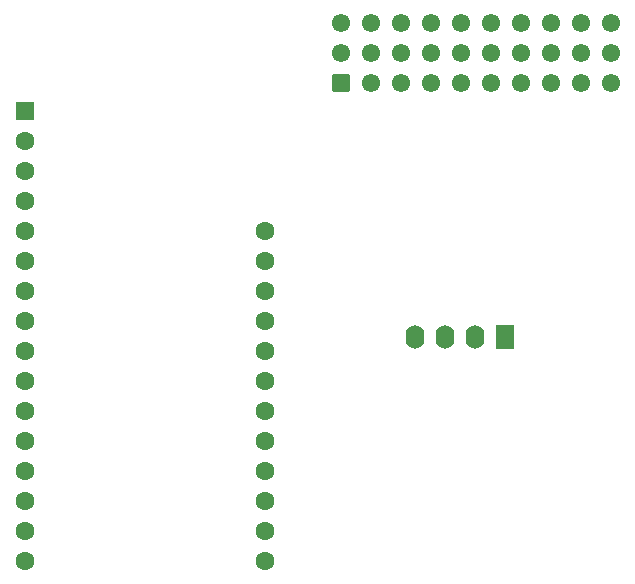
<source format=gbs>
G04 #@! TF.GenerationSoftware,KiCad,Pcbnew,7.0.11+1*
G04 #@! TF.CreationDate,2024-06-02T11:35:51+02:00*
G04 #@! TF.ProjectId,prg_pcb,7072675f-7063-4622-9e6b-696361645f70,rev?*
G04 #@! TF.SameCoordinates,Original*
G04 #@! TF.FileFunction,Soldermask,Bot*
G04 #@! TF.FilePolarity,Negative*
%FSLAX46Y46*%
G04 Gerber Fmt 4.6, Leading zero omitted, Abs format (unit mm)*
G04 Created by KiCad (PCBNEW 7.0.11+1) date 2024-06-02 11:35:51*
%MOMM*%
%LPD*%
G01*
G04 APERTURE LIST*
G04 Aperture macros list*
%AMRoundRect*
0 Rectangle with rounded corners*
0 $1 Rounding radius*
0 $2 $3 $4 $5 $6 $7 $8 $9 X,Y pos of 4 corners*
0 Add a 4 corners polygon primitive as box body*
4,1,4,$2,$3,$4,$5,$6,$7,$8,$9,$2,$3,0*
0 Add four circle primitives for the rounded corners*
1,1,$1+$1,$2,$3*
1,1,$1+$1,$4,$5*
1,1,$1+$1,$6,$7*
1,1,$1+$1,$8,$9*
0 Add four rect primitives between the rounded corners*
20,1,$1+$1,$2,$3,$4,$5,0*
20,1,$1+$1,$4,$5,$6,$7,0*
20,1,$1+$1,$6,$7,$8,$9,0*
20,1,$1+$1,$8,$9,$2,$3,0*%
G04 Aperture macros list end*
%ADD10RoundRect,0.249999X0.525001X-0.525001X0.525001X0.525001X-0.525001X0.525001X-0.525001X-0.525001X0*%
%ADD11C,1.550000*%
%ADD12R,1.600000X2.000000*%
%ADD13O,1.600000X2.000000*%
%ADD14R,1.600000X1.600000*%
%ADD15C,1.600000*%
G04 APERTURE END LIST*
D10*
X110587869Y-86570937D03*
D11*
X113127869Y-86570937D03*
X115667869Y-86570937D03*
X118207869Y-86570937D03*
X120747869Y-86570937D03*
X123287869Y-86570937D03*
X125827869Y-86570937D03*
X128367869Y-86570937D03*
X130907869Y-86570937D03*
X133447869Y-86570937D03*
X110587869Y-84030937D03*
X113127869Y-84030937D03*
X115667869Y-84030937D03*
X118207869Y-84030937D03*
X120747869Y-84030937D03*
X123287869Y-84030937D03*
X125827869Y-84030937D03*
X128367869Y-84030937D03*
X130907869Y-84030937D03*
X133447869Y-84030937D03*
X110587869Y-81490937D03*
X113127869Y-81490937D03*
X115667869Y-81490937D03*
X118207869Y-81490937D03*
X120747869Y-81490937D03*
X123287869Y-81490937D03*
X125827869Y-81490937D03*
X128367869Y-81490937D03*
X130907869Y-81490937D03*
X133447869Y-81490937D03*
D12*
X124460000Y-108077000D03*
D13*
X121920000Y-108077000D03*
X119380000Y-108077000D03*
X116840000Y-108077000D03*
D14*
X83820000Y-88900000D03*
D15*
X83820000Y-91440000D03*
X83820000Y-93980000D03*
X83820000Y-96520000D03*
X83820000Y-99060000D03*
X83820000Y-101600000D03*
X83820000Y-104140000D03*
X83820000Y-106680000D03*
X83820000Y-109220000D03*
X83820000Y-111760000D03*
X83820000Y-114300000D03*
X83820000Y-116840000D03*
X83820000Y-119380000D03*
X83820000Y-121920000D03*
X83820000Y-124460000D03*
X83820000Y-127000000D03*
X104140000Y-127000000D03*
X104140000Y-124460000D03*
X104140000Y-121920000D03*
X104140000Y-119380000D03*
X104140000Y-116840000D03*
X104140000Y-114300000D03*
X104140000Y-111760000D03*
X104140000Y-109220000D03*
X104140000Y-106680000D03*
X104140000Y-104140000D03*
X104140000Y-101600000D03*
X104140000Y-99060000D03*
M02*

</source>
